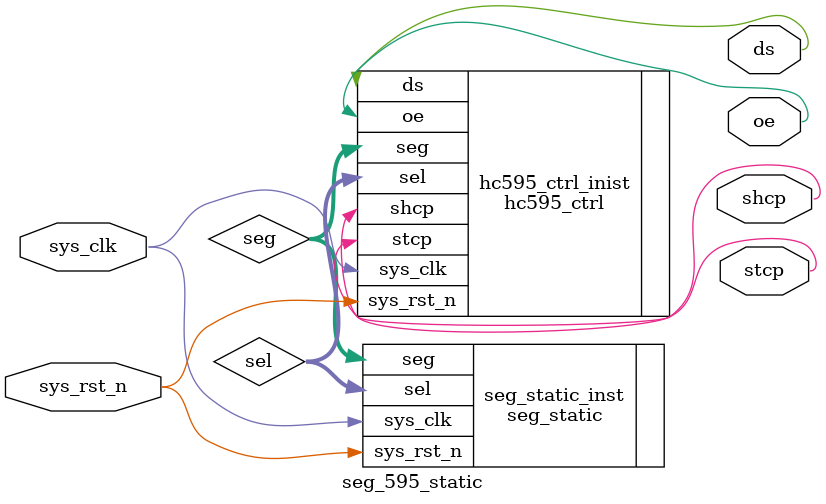
<source format=v>
module seg_595_static
(
    input   wire     sys_clk     ,
    input   wire     sys_rst_n   ,
    
    output  wire   shcp        ,  
    output  wire   stcp        ,
    output  wire   ds          ,
    output  wire   oe          
     
);

wire     [5:0]   sel;
wire     [7:0]   seg;


seg_static  seg_static_inst
(
    .sys_clk     (sys_clk),
    .sys_rst_n   (sys_rst_n),
    
    .sel         (sel),
    .seg         (seg)

);

hc595_ctrl  hc595_ctrl_inist
(
    .sys_clk     (sys_clk  ),
    .sys_rst_n   (sys_rst_n),
    .sel         (sel      ),
    .seg         (seg      ),
  
    .shcp        (shcp     ),
    .stcp        (stcp     ),
    .ds          (ds       ),
    .oe          (oe       )

);

endmodule
</source>
